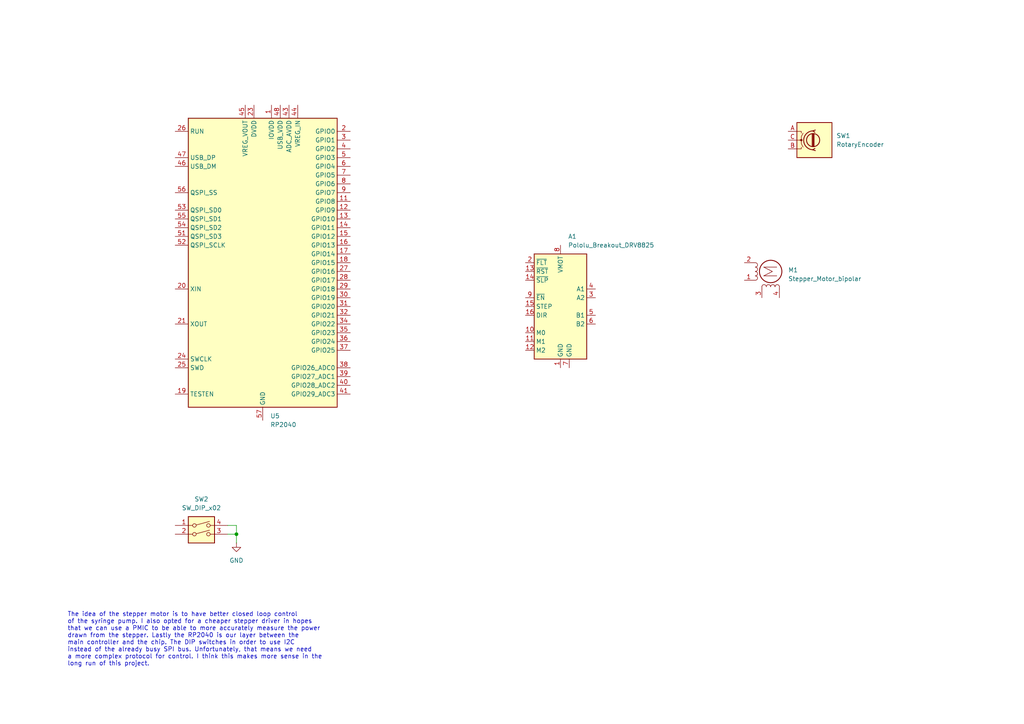
<source format=kicad_sch>
(kicad_sch (version 20231120) (generator "eeschema") (generator_version "8.0")
  (paper "A4")
  (lib_symbols
    (symbol "Device:RotaryEncoder" (pin_names (offset 0.254) hide)
      (property "Reference" "SW" (at 0 6.604 0))
      (property "Value" "RotaryEncoder" (at 0 -6.604 0))
      (symbol "RotaryEncoder_0_1"
        (rectangle (start -5.08 5.08) (end 5.08 -5.08) (stroke (width 0.254)) (fill (type background)))
        (circle (center -3.81 0) (radius 0.254) (fill (type outline)))
        (circle (center -0.381 0) (radius 1.905) (stroke (width 0.254)))
        (arc (start -0.381 2.667) (mid -3.0988 -0.0635) (end -0.381 -2.794) (stroke (width 0.254)))
        (polyline (pts (xy -0.635 -1.778) (xy -0.635 1.778)) (stroke (width 0.254)))
        (polyline (pts (xy -0.381 -1.778) (xy -0.381 1.778)) (stroke (width 0.254)))
        (polyline (pts (xy -0.127 1.778) (xy -0.127 -1.778)) (stroke (width 0.254)))
        (polyline (pts (xy -5.08 -2.54) (xy -3.81 -2.54) (xy -3.81 -2.032)))
        (polyline (pts (xy -5.08 2.54) (xy -3.81 2.54) (xy -3.81 2.032)))
        (polyline (pts (xy 0.254 -3.048) (xy -0.508 -2.794) (xy 0.127 -2.413)) (stroke (width 0.254)))
        (polyline (pts (xy 0.254 2.921) (xy -0.508 2.667) (xy 0.127 2.286)) (stroke (width 0.254)))
        (polyline (pts (xy -5.08 0) (xy -3.81 0) (xy -3.81 -1.016) (xy -3.302 -2.032)))
        (polyline (pts (xy -4.318 0) (xy -3.81 0) (xy -3.81 1.016) (xy -3.302 2.032)))
      )
      (symbol "RotaryEncoder_1_1"
        (pin passive line (at -7.62 2.54 0) (length 2.54) (name "A") (number "A"))
        (pin passive line (at -7.62 -2.54 0) (length 2.54) (name "B") (number "B"))
        (pin passive line (at -7.62 0 0) (length 2.54) (name "C") (number "C"))
      )
    )
    (symbol "Driver_Motor:Pololu_Breakout_DRV8825"
      (property "Reference" "A" (at -2.54 16.51 0))
      (property "Value" "Pololu_Breakout_DRV8825" (at -2.54 13.97 0))
      (symbol "Pololu_Breakout_DRV8825_0_1"
        (rectangle (start 7.62 -17.78) (end -7.62 12.7) (stroke (width 0.254)) (fill (type background)))
      )
      (symbol "Pololu_Breakout_DRV8825_1_1"
        (pin power_in line (at 0 -20.32 90) (length 2.54) (name "GND") (number "1"))
        (pin input line (at -10.16 -10.16 0) (length 2.54) (name "M0") (number "10"))
        (pin input line (at -10.16 -12.7 0) (length 2.54) (name "M1") (number "11"))
        (pin input line (at -10.16 -15.24 0) (length 2.54) (name "M2") (number "12"))
        (pin input line (at -10.16 7.62 0) (length 2.54) (name "~{RST}") (number "13"))
        (pin input line (at -10.16 5.08 0) (length 2.54) (name "~{SLP}") (number "14"))
        (pin input line (at -10.16 -2.54 0) (length 2.54) (name "STEP") (number "15"))
        (pin input line (at -10.16 -5.08 0) (length 2.54) (name "DIR") (number "16"))
        (pin output line (at -10.16 10.16 0) (length 2.54) (name "~{FLT}") (number "2"))
        (pin output line (at 10.16 0 180) (length 2.54) (name "A2") (number "3"))
        (pin output line (at 10.16 2.54 180) (length 2.54) (name "A1") (number "4"))
        (pin output line (at 10.16 -5.08 180) (length 2.54) (name "B1") (number "5"))
        (pin output line (at 10.16 -7.62 180) (length 2.54) (name "B2") (number "6"))
        (pin power_in line (at 2.54 -20.32 90) (length 2.54) (name "GND") (number "7"))
        (pin power_in line (at 0 15.24 270) (length 2.54) (name "VMOT") (number "8"))
        (pin input line (at -10.16 0 0) (length 2.54) (name "~{EN}") (number "9"))
      )
    )
    (symbol "MCU_RaspberryPi:RP2040"
      (property "Reference" "U" (at 17.78 45.72 0))
      (property "Value" "RP2040" (at 17.78 43.18 0))
      (symbol "RP2040_0_1"
        (rectangle (start -21.59 41.91) (end 21.59 -41.91) (stroke (width 0.254)) (fill (type background)))
      )
      (symbol "RP2040_1_1"
        (pin power_in line (at 2.54 45.72 270) (length 3.81) (name "IOVDD") (number "1"))
        (pin passive line (at 2.54 45.72 270) (length 3.81) hide (name "IOVDD") (number "10"))
        (pin bidirectional line (at 25.4 17.78 180) (length 3.81) (name "GPIO8") (number "11"))
        (pin bidirectional line (at 25.4 15.24 180) (length 3.81) (name "GPIO9") (number "12"))
        (pin bidirectional line (at 25.4 12.7 180) (length 3.81) (name "GPIO10") (number "13"))
        (pin bidirectional line (at 25.4 10.16 180) (length 3.81) (name "GPIO11") (number "14"))
        (pin bidirectional line (at 25.4 7.62 180) (length 3.81) (name "GPIO12") (number "15"))
        (pin bidirectional line (at 25.4 5.08 180) (length 3.81) (name "GPIO13") (number "16"))
        (pin bidirectional line (at 25.4 2.54 180) (length 3.81) (name "GPIO14") (number "17"))
        (pin bidirectional line (at 25.4 0 180) (length 3.81) (name "GPIO15") (number "18"))
        (pin input line (at -25.4 -38.1 0) (length 3.81) (name "TESTEN") (number "19"))
        (pin bidirectional line (at 25.4 38.1 180) (length 3.81) (name "GPIO0") (number "2"))
        (pin input line (at -25.4 -7.62 0) (length 3.81) (name "XIN") (number "20"))
        (pin passive line (at -25.4 -17.78 0) (length 3.81) (name "XOUT") (number "21"))
        (pin passive line (at 2.54 45.72 270) (length 3.81) hide (name "IOVDD") (number "22"))
        (pin power_in line (at -2.54 45.72 270) (length 3.81) (name "DVDD") (number "23"))
        (pin input line (at -25.4 -27.94 0) (length 3.81) (name "SWCLK") (number "24"))
        (pin bidirectional line (at -25.4 -30.48 0) (length 3.81) (name "SWD") (number "25"))
        (pin input line (at -25.4 38.1 0) (length 3.81) (name "RUN") (number "26"))
        (pin bidirectional line (at 25.4 -2.54 180) (length 3.81) (name "GPIO16") (number "27"))
        (pin bidirectional line (at 25.4 -5.08 180) (length 3.81) (name "GPIO17") (number "28"))
        (pin bidirectional line (at 25.4 -7.62 180) (length 3.81) (name "GPIO18") (number "29"))
        (pin bidirectional line (at 25.4 35.56 180) (length 3.81) (name "GPIO1") (number "3"))
        (pin bidirectional line (at 25.4 -10.16 180) (length 3.81) (name "GPIO19") (number "30"))
        (pin bidirectional line (at 25.4 -12.7 180) (length 3.81) (name "GPIO20") (number "31"))
        (pin bidirectional line (at 25.4 -15.24 180) (length 3.81) (name "GPIO21") (number "32"))
        (pin passive line (at 2.54 45.72 270) (length 3.81) hide (name "IOVDD") (number "33"))
        (pin bidirectional line (at 25.4 -17.78 180) (length 3.81) (name "GPIO22") (number "34"))
        (pin bidirectional line (at 25.4 -20.32 180) (length 3.81) (name "GPIO23") (number "35"))
        (pin bidirectional line (at 25.4 -22.86 180) (length 3.81) (name "GPIO24") (number "36"))
        (pin bidirectional line (at 25.4 -25.4 180) (length 3.81) (name "GPIO25") (number "37"))
        (pin bidirectional line (at 25.4 -30.48 180) (length 3.81) (name "GPIO26_ADC0") (number "38"))
        (pin bidirectional line (at 25.4 -33.02 180) (length 3.81) (name "GPIO27_ADC1") (number "39"))
        (pin bidirectional line (at 25.4 33.02 180) (length 3.81) (name "GPIO2") (number "4"))
        (pin bidirectional line (at 25.4 -35.56 180) (length 3.81) (name "GPIO28_ADC2") (number "40"))
        (pin bidirectional line (at 25.4 -38.1 180) (length 3.81) (name "GPIO29_ADC3") (number "41"))
        (pin passive line (at 2.54 45.72 270) (length 3.81) hide (name "IOVDD") (number "42"))
        (pin power_in line (at 7.62 45.72 270) (length 3.81) (name "ADC_AVDD") (number "43"))
        (pin power_in line (at 10.16 45.72 270) (length 3.81) (name "VREG_IN") (number "44"))
        (pin power_out line (at -5.08 45.72 270) (length 3.81) (name "VREG_VOUT") (number "45"))
        (pin bidirectional line (at -25.4 27.94 0) (length 3.81) (name "USB_DM") (number "46"))
        (pin bidirectional line (at -25.4 30.48 0) (length 3.81) (name "USB_DP") (number "47"))
        (pin power_in line (at 5.08 45.72 270) (length 3.81) (name "USB_VDD") (number "48"))
        (pin passive line (at 2.54 45.72 270) (length 3.81) hide (name "IOVDD") (number "49"))
        (pin bidirectional line (at 25.4 30.48 180) (length 3.81) (name "GPIO3") (number "5"))
        (pin passive line (at -2.54 45.72 270) (length 3.81) hide (name "DVDD") (number "50"))
        (pin bidirectional line (at -25.4 7.62 0) (length 3.81) (name "QSPI_SD3") (number "51"))
        (pin output line (at -25.4 5.08 0) (length 3.81) (name "QSPI_SCLK") (number "52"))
        (pin bidirectional line (at -25.4 15.24 0) (length 3.81) (name "QSPI_SD0") (number "53"))
        (pin bidirectional line (at -25.4 10.16 0) (length 3.81) (name "QSPI_SD2") (number "54"))
        (pin bidirectional line (at -25.4 12.7 0) (length 3.81) (name "QSPI_SD1") (number "55"))
        (pin bidirectional line (at -25.4 20.32 0) (length 3.81) (name "QSPI_SS") (number "56"))
        (pin power_in line (at 0 -45.72 90) (length 3.81) (name "GND") (number "57"))
        (pin bidirectional line (at 25.4 27.94 180) (length 3.81) (name "GPIO4") (number "6"))
        (pin bidirectional line (at 25.4 25.4 180) (length 3.81) (name "GPIO5") (number "7"))
        (pin bidirectional line (at 25.4 22.86 180) (length 3.81) (name "GPIO6") (number "8"))
        (pin bidirectional line (at 25.4 20.32 180) (length 3.81) (name "GPIO7") (number "9"))
      )
    )
    (symbol "Motor:Stepper_Motor_bipolar" (pin_names (offset 0) hide)
      (property "Reference" "M" (at 3.81 2.54 0))
      (property "Value" "Stepper_Motor_bipolar" (at 3.81 1.27 0))
      (symbol "Stepper_Motor_bipolar_0_0"
        (polyline (pts (xy -1.27 -1.778) (xy -1.27 2.032) (xy 0 -0.508) (xy 1.27 2.032) (xy 1.27 -1.778)))
      )
      (symbol "Stepper_Motor_bipolar_0_1"
        (arc (start -4.445 -2.54) (mid -3.8127 -1.905) (end -4.445 -1.27))
        (arc (start -4.445 -1.27) (mid -3.8127 -0.635) (end -4.445 0))
        (arc (start -4.445 0) (mid -3.8127 0.635) (end -4.445 1.27))
        (arc (start -4.445 1.27) (mid -3.8127 1.905) (end -4.445 2.54))
        (arc (start -2.54 4.445) (mid -1.905 3.8127) (end -1.27 4.445))
        (arc (start -1.27 4.445) (mid -0.635 3.8127) (end 0 4.445))
        (polyline (pts (xy -5.08 -2.54) (xy -4.445 -2.54)))
        (polyline (pts (xy -5.08 2.54) (xy -4.445 2.54)))
        (polyline (pts (xy -2.54 5.08) (xy -2.54 4.445)))
        (polyline (pts (xy 2.54 5.08) (xy 2.54 4.445)))
        (circle (center 0 0) (radius 3.2512) (stroke (width 0.254)))
        (arc (start 0 4.445) (mid 0.635 3.8127) (end 1.27 4.445))
        (arc (start 1.27 4.445) (mid 1.905 3.8127) (end 2.54 4.445))
      )
      (symbol "Stepper_Motor_bipolar_1_1"
        (pin passive line (at -2.54 7.62 270) (length 2.54) (name "~") (number "1"))
        (pin passive line (at 2.54 7.62 270) (length 2.54) (name "-") (number "2"))
        (pin passive line (at -7.62 2.54 0) (length 2.54) (name "~") (number "3"))
        (pin passive line (at -7.62 -2.54 0) (length 2.54) (name "~") (number "4"))
      )
    )
    (symbol "Switch:SW_DIP_x02" (pin_names (offset 0) hide)
      (property "Reference" "SW" (at 0 6.35 0))
      (property "Value" "SW_DIP_x02" (at 0 -3.81 0))
      (symbol "SW_DIP_x02_0_0"
        (circle (center -2.032 0) (radius 0.508))
        (circle (center -2.032 2.54) (radius 0.508))
        (polyline (pts (xy -1.524 0.127) (xy 2.3622 1.1684)))
        (polyline (pts (xy -1.524 2.667) (xy 2.3622 3.7084)))
        (circle (center 2.032 0) (radius 0.508))
        (circle (center 2.032 2.54) (radius 0.508))
      )
      (symbol "SW_DIP_x02_0_1"
        (rectangle (start -3.81 5.08) (end 3.81 -2.54) (stroke (width 0.254)) (fill (type background)))
      )
      (symbol "SW_DIP_x02_1_1"
        (pin passive line (at -7.62 2.54 0) (length 5.08) (name "~") (number "1"))
        (pin passive line (at -7.62 0 0) (length 5.08) (name "~") (number "2"))
        (pin passive line (at 7.62 0 180) (length 5.08) (name "~") (number "3"))
        (pin passive line (at 7.62 2.54 180) (length 5.08) (name "~") (number "4"))
      )
    )
    (symbol "power:GND" (power) (pin_numbers hide) (pin_names (offset 0) hide)
      (property "Value" "GND" (at 0 -3.81 0))
      (symbol "GND_0_1"
        (polyline (pts (xy 0 0) (xy 0 -1.27) (xy 1.27 -1.27) (xy 0 -2.54) (xy -1.27 -1.27) (xy 0 -1.27)))
      )
      (symbol "GND_1_1"
        (pin power_in line (at 0 0 270) (length 0) (name "~") (number "1"))
      )
    )
  )
  (junction (at 68.58 154.94))
  (wire (pts (xy 68.58 152.4) (xy 68.58 154.94)))
  (wire (pts (xy 66.04 154.94) (xy 68.58 154.94)))
  (wire (pts (xy 68.58 157.48) (xy 68.58 154.94)))
  (wire (pts (xy 66.04 152.4) (xy 68.58 152.4)))
  (text "The idea of the stepper motor is to have better closed loop control\nof the syringe pump. I also opted for a cheaper stepper driver in hopes\nthat we can use a PMIC to be able to more accurately measure the power\ndrawn from the stepper. Lastly the RP2040 is our layer between the\nmain controller and the chip. The DIP switches in order to use I2C\ninstead of the already busy SPI bus. Unfortunately, that means we need\na more complex protocol for control. I think this makes more sense in the\nlong run of this project.\n" (at 19.558 185.42 0) (effects (font (size 1.27 1.27)) (justify left)))
  (symbol (lib_id "power:GND") (at 68.58 157.48 0) (unit 1)
    (property "Reference" "#PWR028" (effects (hide yes)))
    (property "Value" "GND" (at 68.58 162.56 0))
    (property "Description" "Power symbol creates a global label with name \"GND\" , ground" (effects (hide yes)))
  )
  (symbol (lib_id "Switch:SW_DIP_x02") (at 58.42 154.94 0) (unit 1)
    (property "Reference" "SW2" (at 58.42 144.78 0))
    (property "Value" "SW_DIP_x02" (at 58.42 147.32 0))
    (property "Description" "2x DIP Switch, Single Pole Single Throw (SPST) switch, small symbol" (effects (hide yes)))
  )
  (symbol (lib_id "Device:RotaryEncoder") (at 236.22 40.64 0) (unit 1)
    (property "Reference" "SW1" (at 242.57 39.3699 0) (effects (justify left)))
    (property "Value" "RotaryEncoder" (at 242.57 41.9099 0) (effects (justify left)))
    (property "Description" "Rotary encoder, dual channel, incremental quadrate outputs" (effects (hide yes)))
  )
  (symbol (lib_id "MCU_RaspberryPi:RP2040") (at 76.2 76.2 0) (unit 1)
    (property "Reference" "U5" (at 78.3941 120.65 0) (effects (justify left)))
    (property "Value" "RP2040" (at 78.3941 123.19 0) (effects (justify left)))
    (property "Footprint" "Package_DFN_QFN:QFN-56-1EP_7x7mm_P0.4mm_EP3.2x3.2mm" (effects (hide yes)))
    (property "Datasheet" "https://datasheets.raspberrypi.com/rp2040/rp2040-datasheet.pdf" (effects (hide yes)))
    (property "Description" "A microcontroller by Raspberry Pi" (effects (hide yes)))
  )
  (symbol (lib_id "Motor:Stepper_Motor_bipolar") (at 223.52 78.74 90) (unit 1)
    (property "Reference" "M1" (at 228.6 78.3208 90) (effects (justify right)))
    (property "Value" "Stepper_Motor_bipolar" (at 228.6 80.8608 90) (effects (justify right)))
    (property "Datasheet" "http://www.infineon.com/dgdl/Application-Note-TLE8110EE_driving_UniPolarStepperMotor_V1.1.pdf?fileId=db3a30431be39b97011be5d0aa0a00b0" (effects (hide yes)))
    (property "Description" "4-wire bipolar stepper motor" (effects (hide yes)))
  )
  (symbol (lib_id "Driver_Motor:Pololu_Breakout_DRV8825") (at 162.56 86.36 0) (unit 1)
    (property "Reference" "A1" (at 164.7541 68.58 0) (effects (justify left)))
    (property "Value" "Pololu_Breakout_DRV8825" (at 164.7541 71.12 0) (effects (justify left)))
    (property "Footprint" "Module:Pololu_Breakout-16_15.2x20.3mm" (effects (hide yes)))
    (property "Datasheet" "https://www.pololu.com/product/2982" (effects (hide yes)))
    (property "Description" "Pololu Breakout Board, Stepper Driver DRV8825" (effects (hide yes)))
  )
)
</source>
